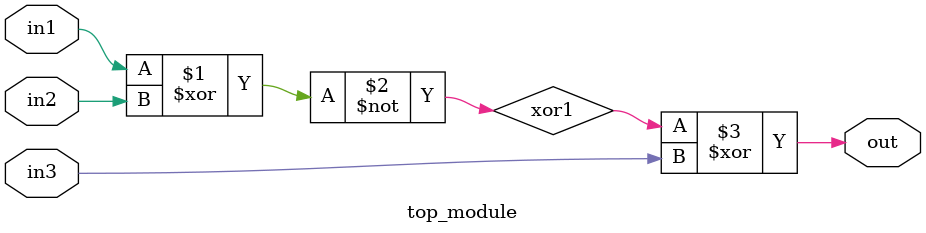
<source format=v>
module top_module (
    input in1,
    input in2,
    input in3,
    output out);
    wire xor1;
    assign xor1 = ~(in1^in2);
    assign out = xor1^in3;
endmodule

</source>
